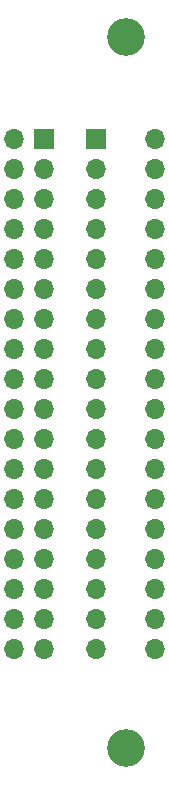
<source format=gbr>
%TF.GenerationSoftware,KiCad,Pcbnew,(6.0.6)*%
%TF.CreationDate,2022-10-25T09:25:14-05:00*%
%TF.ProjectId,CartRiser,43617274-5269-4736-9572-2e6b69636164,.8*%
%TF.SameCoordinates,Original*%
%TF.FileFunction,Soldermask,Top*%
%TF.FilePolarity,Negative*%
%FSLAX46Y46*%
G04 Gerber Fmt 4.6, Leading zero omitted, Abs format (unit mm)*
G04 Created by KiCad (PCBNEW (6.0.6)) date 2022-10-25 09:25:14*
%MOMM*%
%LPD*%
G01*
G04 APERTURE LIST*
%ADD10C,3.200000*%
%ADD11R,1.700000X1.700000*%
%ADD12O,1.700000X1.700000*%
G04 APERTURE END LIST*
D10*
%TO.C,H2*%
X173800000Y-112100000D03*
%TD*%
D11*
%TO.C,J2*%
X171325000Y-60520000D03*
D12*
X176325000Y-60520000D03*
X171325000Y-63060000D03*
X176325000Y-63060000D03*
X171325000Y-65600000D03*
X176325000Y-65600000D03*
X171325000Y-68140000D03*
X176325000Y-68140000D03*
X171325000Y-70680000D03*
X176325000Y-70680000D03*
X171325000Y-73220000D03*
X176325000Y-73220000D03*
X171325000Y-75760000D03*
X176325000Y-75760000D03*
X171325000Y-78300000D03*
X176325000Y-78300000D03*
X171325000Y-80840000D03*
X176325000Y-80840000D03*
X171325000Y-83380000D03*
X176325000Y-83380000D03*
X171325000Y-85920000D03*
X176325000Y-85920000D03*
X171325000Y-88460000D03*
X176325000Y-88460000D03*
X171325000Y-91000000D03*
X176325000Y-91000000D03*
X171325000Y-93540000D03*
X176325000Y-93540000D03*
X171325000Y-96080000D03*
X176325000Y-96080000D03*
X171325000Y-98620000D03*
X176325000Y-98620000D03*
X171325000Y-101160000D03*
X176325000Y-101160000D03*
X171325000Y-103700000D03*
X176325000Y-103700000D03*
%TD*%
D10*
%TO.C,H4*%
X173800000Y-51900000D03*
%TD*%
D11*
%TO.C,J1*%
X166900000Y-60500000D03*
D12*
X164360000Y-60500000D03*
X166900000Y-63040000D03*
X164360000Y-63040000D03*
X166900000Y-65580000D03*
X164360000Y-65580000D03*
X166900000Y-68120000D03*
X164360000Y-68120000D03*
X166900000Y-70660000D03*
X164360000Y-70660000D03*
X166900000Y-73200000D03*
X164360000Y-73200000D03*
X166900000Y-75740000D03*
X164360000Y-75740000D03*
X166900000Y-78280000D03*
X164360000Y-78280000D03*
X166900000Y-80820000D03*
X164360000Y-80820000D03*
X166900000Y-83360000D03*
X164360000Y-83360000D03*
X166900000Y-85900000D03*
X164360000Y-85900000D03*
X166900000Y-88440000D03*
X164360000Y-88440000D03*
X166900000Y-90980000D03*
X164360000Y-90980000D03*
X166900000Y-93520000D03*
X164360000Y-93520000D03*
X166900000Y-96060000D03*
X164360000Y-96060000D03*
X166900000Y-98600000D03*
X164360000Y-98600000D03*
X166900000Y-101140000D03*
X164360000Y-101140000D03*
X166900000Y-103680000D03*
X164360000Y-103680000D03*
%TD*%
M02*

</source>
